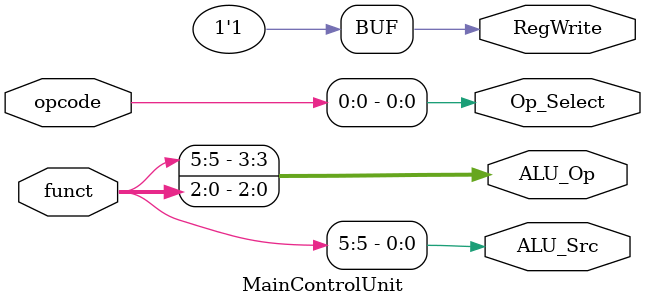
<source format=v>
`timescale 1ns / 1ps


module MainControlUnit(
    input [5:0] funct,
    input [5:0] opcode,
    output reg ALU_Src,
    output reg RegWrite,
    output reg Op_Select,
    output reg [3:0] ALU_Op
    );
    
 always @(opcode or funct)begin 
 Op_Select <= opcode;
 ALU_Src <= funct[5];
 ALU_Op <= {funct[5], funct[2:0]};
 RegWrite <= 1;
end

endmodule

</source>
